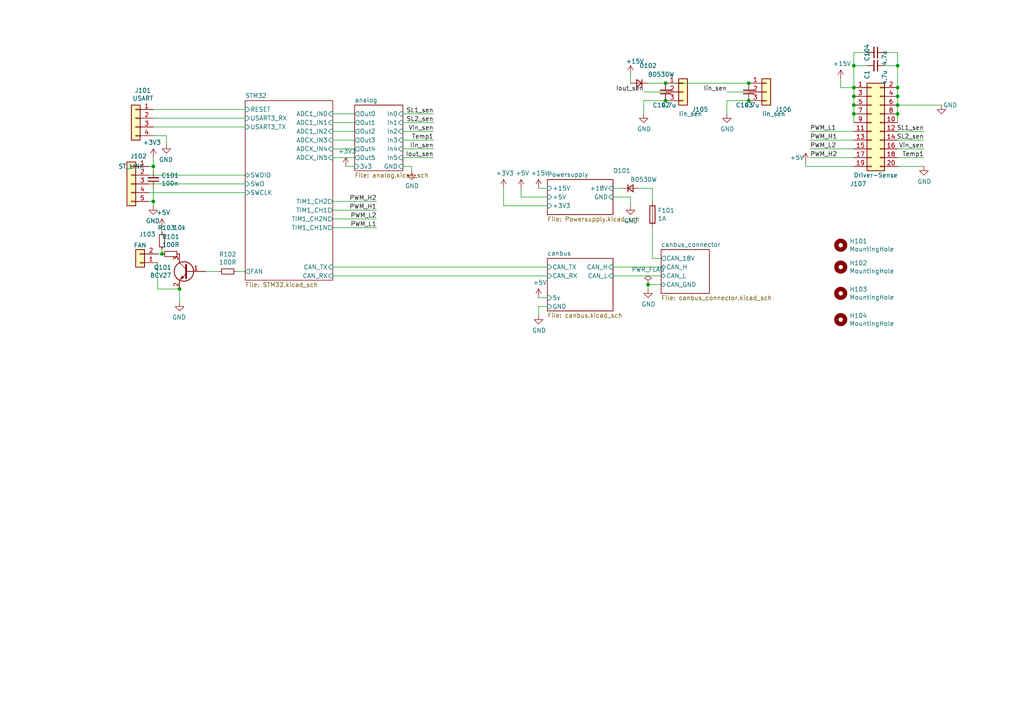
<source format=kicad_sch>
(kicad_sch (version 20211123) (generator eeschema)
  (paper "A4")
  (lib_symbols
    (symbol "Connector_Generic:Conn_01x02" (pin_names (offset 1.016) hide)
      (property "Reference" "J" (at 0 2.54 0))
      (property "Value" "Conn_01x02" (at 0 -5.08 0))
      (symbol "Conn_01x02_1_1"
        (rectangle (start -1.27 -2.413) (end 0 -2.667) (stroke (width 0.1524)))
        (rectangle (start -1.27 0.127) (end 0 -0.127) (stroke (width 0.1524)))
        (rectangle (start -1.27 1.27) (end 1.27 -3.81) (stroke (width 0.254)) (fill (type background)))
        (pin passive line (at -5.08 0 0) (length 3.81) (name "Pin_1") (number "1"))
        (pin passive line (at -5.08 -2.54 0) (length 3.81) (name "Pin_2") (number "2"))
      )
    )
    (symbol "Connector_Generic:Conn_01x03" (pin_names (offset 1.016) hide)
      (property "Reference" "J" (at 0 5.08 0))
      (property "Value" "Conn_01x03" (at 0 -5.08 0))
      (symbol "Conn_01x03_1_1"
        (rectangle (start -1.27 -2.413) (end 0 -2.667) (stroke (width 0.1524)))
        (rectangle (start -1.27 0.127) (end 0 -0.127) (stroke (width 0.1524)))
        (rectangle (start -1.27 2.667) (end 0 2.413) (stroke (width 0.1524)))
        (rectangle (start -1.27 3.81) (end 1.27 -3.81) (stroke (width 0.254)) (fill (type background)))
        (pin passive line (at -5.08 2.54 0) (length 3.81) (name "Pin_1") (number "1"))
        (pin passive line (at -5.08 0 0) (length 3.81) (name "Pin_2") (number "2"))
        (pin passive line (at -5.08 -2.54 0) (length 3.81) (name "Pin_3") (number "3"))
      )
    )
    (symbol "Connector_Generic:Conn_01x04" (pin_names (offset 1.016) hide)
      (property "Reference" "J" (at 0 5.08 0))
      (property "Value" "Conn_01x04" (at 0 -7.62 0))
      (symbol "Conn_01x04_1_1"
        (rectangle (start -1.27 -4.953) (end 0 -5.207) (stroke (width 0.1524)))
        (rectangle (start -1.27 -2.413) (end 0 -2.667) (stroke (width 0.1524)))
        (rectangle (start -1.27 0.127) (end 0 -0.127) (stroke (width 0.1524)))
        (rectangle (start -1.27 2.667) (end 0 2.413) (stroke (width 0.1524)))
        (rectangle (start -1.27 3.81) (end 1.27 -6.35) (stroke (width 0.254)) (fill (type background)))
        (pin passive line (at -5.08 2.54 0) (length 3.81) (name "Pin_1") (number "1"))
        (pin passive line (at -5.08 0 0) (length 3.81) (name "Pin_2") (number "2"))
        (pin passive line (at -5.08 -2.54 0) (length 3.81) (name "Pin_3") (number "3"))
        (pin passive line (at -5.08 -5.08 0) (length 3.81) (name "Pin_4") (number "4"))
      )
    )
    (symbol "Connector_Generic:Conn_01x05" (pin_names (offset 1.016) hide)
      (property "Reference" "J" (at 0 7.62 0))
      (property "Value" "Conn_01x05" (at 0 -7.62 0))
      (symbol "Conn_01x05_1_1"
        (rectangle (start -1.27 -4.953) (end 0 -5.207) (stroke (width 0.1524)))
        (rectangle (start -1.27 -2.413) (end 0 -2.667) (stroke (width 0.1524)))
        (rectangle (start -1.27 0.127) (end 0 -0.127) (stroke (width 0.1524)))
        (rectangle (start -1.27 2.667) (end 0 2.413) (stroke (width 0.1524)))
        (rectangle (start -1.27 5.207) (end 0 4.953) (stroke (width 0.1524)))
        (rectangle (start -1.27 6.35) (end 1.27 -6.35) (stroke (width 0.254)) (fill (type background)))
        (pin passive line (at -5.08 5.08 0) (length 3.81) (name "Pin_1") (number "1"))
        (pin passive line (at -5.08 2.54 0) (length 3.81) (name "Pin_2") (number "2"))
        (pin passive line (at -5.08 0 0) (length 3.81) (name "Pin_3") (number "3"))
        (pin passive line (at -5.08 -2.54 0) (length 3.81) (name "Pin_4") (number "4"))
        (pin passive line (at -5.08 -5.08 0) (length 3.81) (name "Pin_5") (number "5"))
      )
    )
    (symbol "Connector_Generic:Conn_02x10_Odd_Even" (pin_names (offset 1.016) hide)
      (property "Reference" "J" (at 1.27 12.7 0))
      (property "Value" "Conn_02x10_Odd_Even" (at 1.27 -15.24 0))
      (symbol "Conn_02x10_Odd_Even_1_1"
        (rectangle (start -1.27 -12.573) (end 0 -12.827) (stroke (width 0.1524)))
        (rectangle (start -1.27 -10.033) (end 0 -10.287) (stroke (width 0.1524)))
        (rectangle (start -1.27 -7.493) (end 0 -7.747) (stroke (width 0.1524)))
        (rectangle (start -1.27 -4.953) (end 0 -5.207) (stroke (width 0.1524)))
        (rectangle (start -1.27 -2.413) (end 0 -2.667) (stroke (width 0.1524)))
        (rectangle (start -1.27 0.127) (end 0 -0.127) (stroke (width 0.1524)))
        (rectangle (start -1.27 2.667) (end 0 2.413) (stroke (width 0.1524)))
        (rectangle (start -1.27 5.207) (end 0 4.953) (stroke (width 0.1524)))
        (rectangle (start -1.27 7.747) (end 0 7.493) (stroke (width 0.1524)))
        (rectangle (start -1.27 10.287) (end 0 10.033) (stroke (width 0.1524)))
        (rectangle (start -1.27 11.43) (end 3.81 -13.97) (stroke (width 0.254)) (fill (type background)))
        (rectangle (start 3.81 -12.573) (end 2.54 -12.827) (stroke (width 0.1524)))
        (rectangle (start 3.81 -10.033) (end 2.54 -10.287) (stroke (width 0.1524)))
        (rectangle (start 3.81 -7.493) (end 2.54 -7.747) (stroke (width 0.1524)))
        (rectangle (start 3.81 -4.953) (end 2.54 -5.207) (stroke (width 0.1524)))
        (rectangle (start 3.81 -2.413) (end 2.54 -2.667) (stroke (width 0.1524)))
        (rectangle (start 3.81 0.127) (end 2.54 -0.127) (stroke (width 0.1524)))
        (rectangle (start 3.81 2.667) (end 2.54 2.413) (stroke (width 0.1524)))
        (rectangle (start 3.81 5.207) (end 2.54 4.953) (stroke (width 0.1524)))
        (rectangle (start 3.81 7.747) (end 2.54 7.493) (stroke (width 0.1524)))
        (rectangle (start 3.81 10.287) (end 2.54 10.033) (stroke (width 0.1524)))
        (pin passive line (at -5.08 10.16 0) (length 3.81) (name "Pin_1") (number "1"))
        (pin passive line (at 7.62 0 180) (length 3.81) (name "Pin_10") (number "10"))
        (pin passive line (at -5.08 -2.54 0) (length 3.81) (name "Pin_11") (number "11"))
        (pin passive line (at 7.62 -2.54 180) (length 3.81) (name "Pin_12") (number "12"))
        (pin passive line (at -5.08 -5.08 0) (length 3.81) (name "Pin_13") (number "13"))
        (pin passive line (at 7.62 -5.08 180) (length 3.81) (name "Pin_14") (number "14"))
        (pin passive line (at -5.08 -7.62 0) (length 3.81) (name "Pin_15") (number "15"))
        (pin passive line (at 7.62 -7.62 180) (length 3.81) (name "Pin_16") (number "16"))
        (pin passive line (at -5.08 -10.16 0) (length 3.81) (name "Pin_17") (number "17"))
        (pin passive line (at 7.62 -10.16 180) (length 3.81) (name "Pin_18") (number "18"))
        (pin passive line (at -5.08 -12.7 0) (length 3.81) (name "Pin_19") (number "19"))
        (pin passive line (at 7.62 10.16 180) (length 3.81) (name "Pin_2") (number "2"))
        (pin passive line (at 7.62 -12.7 180) (length 3.81) (name "Pin_20") (number "20"))
        (pin passive line (at -5.08 7.62 0) (length 3.81) (name "Pin_3") (number "3"))
        (pin passive line (at 7.62 7.62 180) (length 3.81) (name "Pin_4") (number "4"))
        (pin passive line (at -5.08 5.08 0) (length 3.81) (name "Pin_5") (number "5"))
        (pin passive line (at 7.62 5.08 180) (length 3.81) (name "Pin_6") (number "6"))
        (pin passive line (at -5.08 2.54 0) (length 3.81) (name "Pin_7") (number "7"))
        (pin passive line (at 7.62 2.54 180) (length 3.81) (name "Pin_8") (number "8"))
        (pin passive line (at -5.08 0 0) (length 3.81) (name "Pin_9") (number "9"))
      )
    )
    (symbol "Device:C_Small" (pin_numbers hide) (pin_names (offset 0.254) hide)
      (property "Reference" "C" (at 0.254 1.778 0))
      (property "Value" "C_Small" (at 0.254 -2.032 0))
      (symbol "C_Small_0_1"
        (polyline (pts (xy -1.524 -0.508) (xy 1.524 -0.508)) (stroke (width 0.3302)))
        (polyline (pts (xy -1.524 0.508) (xy 1.524 0.508)) (stroke (width 0.3048)))
      )
      (symbol "C_Small_1_1"
        (pin passive line (at 0 2.54 270) (length 2.032) (name "~") (number "1"))
        (pin passive line (at 0 -2.54 90) (length 2.032) (name "~") (number "2"))
      )
    )
    (symbol "Device:D_Small" (pin_numbers hide) (pin_names (offset 0.254) hide)
      (property "Reference" "D" (at -1.27 2.032 0))
      (property "Value" "D_Small" (at -3.81 -2.032 0))
      (symbol "D_Small_0_1"
        (polyline (pts (xy -0.762 -1.016) (xy -0.762 1.016)) (stroke (width 0.254)))
        (polyline (pts (xy -0.762 0) (xy 0.762 0)))
        (polyline (pts (xy 0.762 -1.016) (xy -0.762 0) (xy 0.762 1.016) (xy 0.762 -1.016)) (stroke (width 0.254)))
      )
      (symbol "D_Small_1_1"
        (pin passive line (at -2.54 0 0) (length 1.778) (name "K") (number "1"))
        (pin passive line (at 2.54 0 180) (length 1.778) (name "A") (number "2"))
      )
    )
    (symbol "Device:Fuse" (pin_numbers hide) (pin_names (offset 0))
      (property "Reference" "F" (at 2.032 0 90))
      (property "Value" "Fuse" (at -1.905 0 90))
      (symbol "Fuse_0_1"
        (rectangle (start -0.762 -2.54) (end 0.762 2.54) (stroke (width 0.254)))
        (polyline (pts (xy 0 2.54) (xy 0 -2.54)))
      )
      (symbol "Fuse_1_1"
        (pin passive line (at 0 3.81 270) (length 1.27) (name "~") (number "1"))
        (pin passive line (at 0 -3.81 90) (length 1.27) (name "~") (number "2"))
      )
    )
    (symbol "Device:Q_NPN_BEC" (pin_names (offset 0) hide)
      (property "Reference" "Q" (at 5.08 1.27 0))
      (property "Value" "Q_NPN_BEC" (at 5.08 -1.27 0))
      (symbol "Q_NPN_BEC_0_1"
        (polyline (pts (xy 0.635 0.635) (xy 2.54 2.54)))
        (polyline (pts (xy 0.635 -0.635) (xy 2.54 -2.54) (xy 2.54 -2.54)))
        (polyline (pts (xy 0.635 1.905) (xy 0.635 -1.905) (xy 0.635 -1.905)) (stroke (width 0.508)))
        (polyline (pts (xy 1.27 -1.778) (xy 1.778 -1.27) (xy 2.286 -2.286) (xy 1.27 -1.778) (xy 1.27 -1.778)) (fill (type outline)))
        (circle (center 1.27 0) (radius 2.8194) (stroke (width 0.254)))
      )
      (symbol "Q_NPN_BEC_1_1"
        (pin input line (at -5.08 0 0) (length 5.715) (name "B") (number "1"))
        (pin passive line (at 2.54 -5.08 90) (length 2.54) (name "E") (number "2"))
        (pin passive line (at 2.54 5.08 270) (length 2.54) (name "C") (number "3"))
      )
    )
    (symbol "Device:R_Small" (pin_numbers hide) (pin_names (offset 0.254) hide)
      (property "Reference" "R" (at 0.762 0.508 0))
      (property "Value" "R_Small" (at 0.762 -1.016 0))
      (symbol "R_Small_0_1"
        (rectangle (start -0.762 1.778) (end 0.762 -1.778) (stroke (width 0.2032)))
      )
      (symbol "R_Small_1_1"
        (pin passive line (at 0 2.54 270) (length 0.762) (name "~") (number "1"))
        (pin passive line (at 0 -2.54 90) (length 0.762) (name "~") (number "2"))
      )
    )
    (symbol "Mechanical:MountingHole" (pin_names (offset 1.016))
      (property "Reference" "H" (at 0 5.08 0))
      (property "Value" "MountingHole" (at 0 3.175 0))
      (symbol "MountingHole_0_1"
        (circle (center 0 0) (radius 1.27) (stroke (width 1.27)))
      )
    )
    (symbol "power:+15V" (power) (pin_names (offset 0))
      (property "Value" "+15V" (at 0 3.556 0))
      (symbol "+15V_0_1"
        (polyline (pts (xy -0.762 1.27) (xy 0 2.54)))
        (polyline (pts (xy 0 0) (xy 0 2.54)))
        (polyline (pts (xy 0 2.54) (xy 0.762 1.27)))
      )
      (symbol "+15V_1_1"
        (pin power_in line (at 0 0 90) (length 0) hide (name "+15V") (number "1"))
      )
    )
    (symbol "power:+3.3V" (power) (pin_names (offset 0))
      (property "Value" "+3.3V" (at 0 3.556 0))
      (symbol "+3.3V_0_1"
        (polyline (pts (xy -0.762 1.27) (xy 0 2.54)))
        (polyline (pts (xy 0 0) (xy 0 2.54)))
        (polyline (pts (xy 0 2.54) (xy 0.762 1.27)))
      )
      (symbol "+3.3V_1_1"
        (pin power_in line (at 0 0 90) (length 0) hide (name "+3V3") (number "1"))
      )
    )
    (symbol "power:+3V3" (power) (pin_names (offset 0))
      (property "Value" "+3V3" (at 0 3.556 0))
      (symbol "+3V3_0_1"
        (polyline (pts (xy -0.762 1.27) (xy 0 2.54)))
        (polyline (pts (xy 0 0) (xy 0 2.54)))
        (polyline (pts (xy 0 2.54) (xy 0.762 1.27)))
      )
      (symbol "+3V3_1_1"
        (pin power_in line (at 0 0 90) (length 0) hide (name "+3V3") (number "1"))
      )
    )
    (symbol "power:+5V" (power) (pin_names (offset 0))
      (property "Value" "+5V" (at 0 3.556 0))
      (symbol "+5V_0_1"
        (polyline (pts (xy -0.762 1.27) (xy 0 2.54)))
        (polyline (pts (xy 0 0) (xy 0 2.54)))
        (polyline (pts (xy 0 2.54) (xy 0.762 1.27)))
      )
      (symbol "+5V_1_1"
        (pin power_in line (at 0 0 90) (length 0) hide (name "+5V") (number "1"))
      )
    )
    (symbol "power:GND" (power) (pin_names (offset 0))
      (property "Value" "GND" (at 0 -3.81 0))
      (symbol "GND_0_1"
        (polyline (pts (xy 0 0) (xy 0 -1.27) (xy 1.27 -1.27) (xy 0 -2.54) (xy -1.27 -1.27) (xy 0 -1.27)))
      )
      (symbol "GND_1_1"
        (pin power_in line (at 0 0 270) (length 0) hide (name "GND") (number "1"))
      )
    )
    (symbol "power:PWR_FLAG" (power) (pin_numbers hide) (pin_names (offset 0) hide)
      (property "Value" "PWR_FLAG" (at 0 3.81 0))
      (symbol "PWR_FLAG_0_0"
        (pin power_out line (at 0 0 90) (length 0) (name "pwr") (number "1"))
      )
      (symbol "PWR_FLAG_0_1"
        (polyline (pts (xy 0 0) (xy 0 1.27) (xy -1.016 1.905) (xy 0 2.54) (xy 1.016 1.905) (xy 0 1.27)))
      )
    )
  )
  (junction (at 260.35 30.48))
  (junction (at 247.65 25.4))
  (junction (at 217.17 29.21))
  (junction (at 44.45 48.26))
  (junction (at 247.65 30.48))
  (junction (at 260.35 33.02))
  (junction (at 260.35 25.4))
  (junction (at 44.45 58.42))
  (junction (at 260.35 27.94))
  (junction (at 193.04 29.21))
  (junction (at 193.04 24.13))
  (junction (at 187.96 82.55))
  (junction (at 247.65 33.02))
  (junction (at 247.65 19.05))
  (junction (at 52.07 83.82))
  (junction (at 217.17 24.13))
  (junction (at 260.35 19.05))
  (junction (at 247.65 27.94))
  (junction (at 46.99 73.66))
  (wire (pts (xy 109.22 63.5) (xy 96.52 63.5)))
  (wire (pts (xy 96.52 45.72) (xy 102.87 45.72)))
  (wire (pts (xy 146.05 54.61) (xy 146.05 59.69)))
  (wire (pts (xy 46.99 72.39) (xy 46.99 73.66)))
  (wire (pts (xy 96.52 77.47) (xy 158.75 77.47)))
  (wire (pts (xy 156.21 88.9) (xy 156.21 91.44)))
  (wire (pts (xy 52.07 87.63) (xy 52.07 83.82)))
  (wire (pts (xy 260.35 19.05) (xy 260.35 25.4)))
  (wire (pts (xy 247.65 33.02) (xy 247.65 35.56)))
  (wire (pts (xy 234.95 40.64) (xy 247.65 40.64)))
  (wire (pts (xy 187.96 83.82) (xy 187.96 82.55)))
  (wire (pts (xy 96.52 40.64) (xy 102.87 40.64)))
  (wire (pts (xy 44.45 48.26) (xy 44.45 49.53)))
  (wire (pts (xy 146.05 59.69) (xy 158.75 59.69)))
  (wire (pts (xy 45.72 83.82) (xy 52.07 83.82)))
  (wire (pts (xy 116.84 48.26) (xy 119.38 48.26)))
  (wire (pts (xy 177.8 80.01) (xy 191.77 80.01)))
  (wire (pts (xy 247.65 33.02) (xy 247.65 30.48)))
  (wire (pts (xy 193.04 24.13) (xy 217.17 24.13)))
  (wire (pts (xy 210.82 29.21) (xy 217.17 29.21)))
  (wire (pts (xy 116.84 45.72) (xy 125.73 45.72)))
  (wire (pts (xy 185.42 54.61) (xy 189.23 54.61)))
  (wire (pts (xy 156.21 86.36) (xy 158.75 86.36)))
  (wire (pts (xy 44.45 36.83) (xy 71.12 36.83)))
  (wire (pts (xy 189.23 74.93) (xy 189.23 66.04)))
  (wire (pts (xy 247.65 30.48) (xy 247.65 27.94)))
  (wire (pts (xy 182.88 21.59) (xy 182.88 24.13)))
  (wire (pts (xy 158.75 88.9) (xy 156.21 88.9)))
  (wire (pts (xy 116.84 35.56) (xy 125.73 35.56)))
  (wire (pts (xy 186.69 26.67) (xy 193.04 26.67)))
  (wire (pts (xy 267.97 38.1) (xy 260.35 38.1)))
  (wire (pts (xy 189.23 58.42) (xy 189.23 54.61)))
  (wire (pts (xy 180.34 54.61) (xy 177.8 54.61)))
  (wire (pts (xy 96.52 35.56) (xy 102.87 35.56)))
  (wire (pts (xy 251.46 15.24) (xy 247.65 15.24)))
  (wire (pts (xy 151.13 54.61) (xy 151.13 57.15)))
  (wire (pts (xy 247.65 38.1) (xy 234.95 38.1)))
  (wire (pts (xy 191.77 77.47) (xy 177.8 77.47)))
  (wire (pts (xy 116.84 40.64) (xy 125.73 40.64)))
  (wire (pts (xy 186.69 33.02) (xy 186.69 29.21)))
  (wire (pts (xy 247.65 27.94) (xy 247.65 25.4)))
  (wire (pts (xy 109.22 60.96) (xy 96.52 60.96)))
  (wire (pts (xy 151.13 57.15) (xy 158.75 57.15)))
  (wire (pts (xy 48.26 41.91) (xy 48.26 39.37)))
  (wire (pts (xy 260.35 45.72) (xy 267.97 45.72)))
  (wire (pts (xy 210.82 33.02) (xy 210.82 29.21)))
  (wire (pts (xy 44.45 59.69) (xy 44.45 58.42)))
  (wire (pts (xy 243.84 25.4) (xy 247.65 25.4)))
  (wire (pts (xy 71.12 55.88) (xy 43.18 55.88)))
  (wire (pts (xy 96.52 33.02) (xy 102.87 33.02)))
  (wire (pts (xy 251.46 19.05) (xy 247.65 19.05)))
  (wire (pts (xy 247.65 19.05) (xy 247.65 25.4)))
  (wire (pts (xy 233.68 48.26) (xy 233.68 46.99)))
  (wire (pts (xy 48.26 39.37) (xy 44.45 39.37)))
  (wire (pts (xy 256.54 15.24) (xy 260.35 15.24)))
  (wire (pts (xy 191.77 74.93) (xy 189.23 74.93)))
  (wire (pts (xy 187.96 24.13) (xy 193.04 24.13)))
  (wire (pts (xy 109.22 66.04) (xy 96.52 66.04)))
  (wire (pts (xy 234.95 43.18) (xy 247.65 43.18)))
  (wire (pts (xy 260.35 15.24) (xy 260.35 19.05)))
  (wire (pts (xy 44.45 58.42) (xy 44.45 54.61)))
  (wire (pts (xy 256.54 19.05) (xy 260.35 19.05)))
  (wire (pts (xy 260.35 43.18) (xy 267.97 43.18)))
  (wire (pts (xy 43.18 58.42) (xy 44.45 58.42)))
  (wire (pts (xy 100.33 48.26) (xy 102.87 48.26)))
  (wire (pts (xy 187.96 82.55) (xy 191.77 82.55)))
  (wire (pts (xy 96.52 80.01) (xy 158.75 80.01)))
  (wire (pts (xy 43.18 50.8) (xy 71.12 50.8)))
  (wire (pts (xy 43.18 53.34) (xy 71.12 53.34)))
  (wire (pts (xy 156.21 54.61) (xy 158.75 54.61)))
  (wire (pts (xy 46.99 66.04) (xy 46.99 67.31)))
  (wire (pts (xy 182.88 59.69) (xy 182.88 57.15)))
  (wire (pts (xy 59.69 78.74) (xy 63.5 78.74)))
  (wire (pts (xy 260.35 27.94) (xy 260.35 25.4)))
  (wire (pts (xy 116.84 38.1) (xy 125.73 38.1)))
  (wire (pts (xy 186.69 29.21) (xy 193.04 29.21)))
  (wire (pts (xy 43.18 48.26) (xy 44.45 48.26)))
  (wire (pts (xy 182.88 57.15) (xy 177.8 57.15)))
  (wire (pts (xy 119.38 49.53) (xy 119.38 48.26)))
  (wire (pts (xy 71.12 31.75) (xy 44.45 31.75)))
  (wire (pts (xy 260.35 30.48) (xy 260.35 27.94)))
  (wire (pts (xy 96.52 58.42) (xy 109.22 58.42)))
  (wire (pts (xy 210.82 26.67) (xy 217.17 26.67)))
  (wire (pts (xy 247.65 15.24) (xy 247.65 19.05)))
  (wire (pts (xy 96.52 38.1) (xy 102.87 38.1)))
  (wire (pts (xy 260.35 30.48) (xy 273.05 30.48)))
  (wire (pts (xy 116.84 33.02) (xy 125.73 33.02)))
  (wire (pts (xy 45.72 73.66) (xy 46.99 73.66)))
  (wire (pts (xy 44.45 34.29) (xy 71.12 34.29)))
  (wire (pts (xy 267.97 40.64) (xy 260.35 40.64)))
  (wire (pts (xy 68.58 78.74) (xy 71.12 78.74)))
  (wire (pts (xy 243.84 22.86) (xy 243.84 25.4)))
  (wire (pts (xy 247.65 48.26) (xy 233.68 48.26)))
  (wire (pts (xy 44.45 45.72) (xy 44.45 48.26)))
  (wire (pts (xy 45.72 76.2) (xy 45.72 83.82)))
  (wire (pts (xy 234.95 45.72) (xy 247.65 45.72)))
  (wire (pts (xy 267.97 48.26) (xy 260.35 48.26)))
  (wire (pts (xy 260.35 35.56) (xy 260.35 33.02)))
  (wire (pts (xy 96.52 43.18) (xy 102.87 43.18)))
  (wire (pts (xy 116.84 43.18) (xy 125.73 43.18)))
  (wire (pts (xy 260.35 33.02) (xy 260.35 30.48)))
  (label "Temp1" (at 267.97 45.72 180))
  (label "SL2_sen" (at 125.73 35.56 180))
  (label "Iout_sen" (at 186.69 26.67 180))
  (label "PWM_L1" (at 234.95 38.1 0))
  (label "Iin_sen" (at 210.82 26.67 180))
  (label "Iin_sen" (at 125.73 43.18 180))
  (label "Iout_sen" (at 125.73 45.72 180))
  (label "PWM_H1" (at 109.22 60.96 180))
  (label "PWM_H1" (at 234.95 40.64 0))
  (label "SL2_sen" (at 267.97 40.64 180))
  (label "PWM_L2" (at 234.95 43.18 0))
  (label "SL1_sen" (at 125.73 33.02 180))
  (label "PWM_L2" (at 109.22 63.5 180))
  (label "PWM_H2" (at 234.95 45.72 0))
  (label "PWM_H2" (at 109.22 58.42 180))
  (label "PWM_L1" (at 109.22 66.04 180))
  (label "Vin_sen" (at 125.73 38.1 180))
  (label "Temp1" (at 125.73 40.64 180))
  (label "SL1_sen" (at 267.97 38.1 180))
  (label "Vin_sen" (at 267.97 43.18 180))
  (symbol (lib_id "power:GND") (at 156.21 91.44 0) (unit 1)
    (property "Reference" "#PWR0113" (effects hide))
    (property "Value" "GND" (at 156.337 95.8342 0))
  )
  (symbol (lib_id "power:GND") (at 187.96 83.82 0) (unit 1)
    (property "Reference" "#PWR0115" (effects hide))
    (property "Value" "GND" (at 188.087 88.2142 0))
  )
  (symbol (lib_id "power:GND") (at 182.88 59.69 0) (unit 1)
    (property "Reference" "#PWR0114" (effects hide))
    (property "Value" "GND" (at 183.007 64.0842 0))
  )
  (symbol (lib_id "power:+5V") (at 151.13 54.61 0) (unit 1)
    (property "Reference" "#PWR0110" (effects hide))
    (property "Value" "+5V" (at 151.511 50.2158 0))
  )
  (symbol (lib_id "power:+3V3") (at 146.05 54.61 0) (unit 1)
    (property "Reference" "#PWR0109" (effects hide))
    (property "Value" "+3V3" (at 146.431 50.2158 0))
  )
  (symbol (lib_id "power:+5V") (at 156.21 86.36 0) (unit 1)
    (property "Reference" "#PWR0112" (effects hide))
    (property "Value" "+5V" (at 156.591 81.9658 0))
  )
  (symbol (lib_id "Connector_Generic:Conn_01x05") (at 38.1 53.34 0) (mirror y) (unit 1)
    (property "Reference" "J102" (at 40.1828 45.2882 0))
    (property "Value" "ST_LINK" (at 38.1 48.26 0))
    (property "Footprint" "Connector_PinHeader_2.54mm:PinHeader_1x05_P2.54mm_Vertical_SMD_Pin1Left" (effects hide))
  )
  (symbol (lib_id "power:GND") (at 44.45 59.69 0) (mirror y) (unit 1)
    (property "Reference" "#PWR0102" (effects hide))
    (property "Value" "GND" (at 44.323 64.0842 0))
  )
  (symbol (lib_id "power:+3.3V") (at 44.45 45.72 0) (mirror y) (unit 1)
    (property "Reference" "#PWR0101" (effects hide))
    (property "Value" "+3.3V" (at 44.069 41.3258 0))
  )
  (symbol (lib_id "Device:C_Small") (at 44.45 52.07 180) (unit 1)
    (property "Reference" "C101" (at 46.7868 50.9016 0) (effects (justify right)))
    (property "Value" "100n" (at 46.7868 53.213 0) (effects (justify right)))
    (property "Footprint" "Capacitor_SMD:C_0603_1608Metric_Pad1.08x0.95mm_HandSolder" (effects hide))
  )
  (symbol (lib_id "Device:C_Small") (at 254 19.05 270) (mirror x) (unit 1)
    (property "Reference" "C1" (at 251.46 20.32 0) (effects (justify right)))
    (property "Value" "4.7u" (at 256.54 20.32 0) (effects (justify right)))
    (property "Footprint" "Capacitor_SMD:C_1206_3216Metric_Pad1.33x1.80mm_HandSolder" (effects hide))
  )
  (symbol (lib_id "Connector_Generic:Conn_02x10_Odd_Even") (at 252.73 35.56 0) (unit 1)
    (property "Reference" "J107" (at 248.92 53.34 0))
    (property "Value" "Driver-Sense" (at 254 50.8 0))
    (property "Footprint" "KicadZeniteSolarLibrary18:PinSocket_2x10_P1.27mm_Vertical_SMD" (effects hide))
  )
  (symbol (lib_id "Connector_Generic:Conn_01x03") (at 222.25 26.67 0) (unit 1)
    (property "Reference" "J106" (at 224.79 31.75 0) (effects (justify left)))
    (property "Value" "Iin_sen" (at 220.98 33.02 0) (effects (justify left)))
    (property "Footprint" "Connector_PinHeader_2.54mm:PinHeader_1x03_P2.54mm_Vertical_SMD_Pin1Left" (effects hide))
  )
  (symbol (lib_id "Connector_Generic:Conn_01x04") (at 39.37 34.29 0) (mirror y) (unit 1)
    (property "Reference" "J101" (at 41.4528 26.2382 0))
    (property "Value" "USART" (at 41.4528 28.5496 0))
    (property "Footprint" "Connector_PinHeader_2.54mm:PinHeader_1x04_P2.54mm_Vertical_SMD_Pin1Left" (effects hide))
  )
  (symbol (lib_id "power:GND") (at 48.26 41.91 0) (mirror y) (unit 1)
    (property "Reference" "#PWR0103" (effects hide))
    (property "Value" "GND" (at 48.133 46.3042 0))
  )
  (symbol (lib_id "Device:C_Small") (at 217.17 26.67 180) (unit 1)
    (property "Reference" "C103" (at 213.36 30.48 0) (effects (justify right)))
    (property "Value" "4.7u" (at 215.9 30.48 0) (effects (justify right)))
    (property "Footprint" "Capacitor_SMD:C_1206_3216Metric_Pad1.33x1.80mm_HandSolder" (effects hide))
  )
  (symbol (lib_id "power:+5V") (at 233.68 46.99 0) (mirror y) (unit 1)
    (property "Reference" "#PWR0124" (effects hide))
    (property "Value" "+5V" (at 231.14 45.72 0))
  )
  (symbol (lib_id "power:GND") (at 267.97 48.26 0) (unit 1)
    (property "Reference" "#PWR0125" (effects hide))
    (property "Value" "GND" (at 268.097 52.6542 0))
  )
  (symbol (lib_id "power:GND") (at 119.38 49.53 0) (unit 1)
    (property "Reference" "#PWR0108" (effects hide))
    (property "Value" "GND" (at 119.507 53.9242 0))
  )
  (symbol (lib_id "Device:C_Small") (at 254 15.24 270) (unit 1)
    (property "Reference" "C104" (at 251.46 17.78 0) (effects (justify right)))
    (property "Value" "4.7u" (at 256.54 19.05 0) (effects (justify right)))
    (property "Footprint" "Capacitor_SMD:C_1206_3216Metric_Pad1.33x1.80mm_HandSolder" (effects hide))
  )
  (symbol (lib_id "power:+15V") (at 156.21 54.61 0) (unit 1)
    (property "Reference" "#PWR0111" (effects hide))
    (property "Value" "+15V" (at 156.591 50.2158 0))
  )
  (symbol (lib_id "power:+15V") (at 243.84 22.86 0) (unit 1)
    (property "Reference" "#PWR0105" (effects hide))
    (property "Value" "+15V" (at 244.221 18.4658 0))
  )
  (symbol (lib_id "power:GND") (at 273.05 30.48 0) (unit 1)
    (property "Reference" "#PWR0106" (effects hide))
    (property "Value" "GND" (at 275.59 30.48 0))
  )
  (symbol (lib_id "Connector_Generic:Conn_01x02") (at 40.64 76.2 180) (unit 1)
    (property "Reference" "J103" (at 42.7228 67.945 0))
    (property "Value" "FAN" (at 40.64 71.12 0))
    (property "Footprint" "Connector_PinHeader_2.54mm:PinHeader_1x02_P2.54mm_Vertical_SMD_Pin1Left" (effects hide))
  )
  (symbol (lib_id "Device:R_Small") (at 66.04 78.74 270) (unit 1)
    (property "Reference" "R102" (at 66.04 73.7616 90))
    (property "Value" "100R" (at 66.04 76.073 90))
    (property "Footprint" "Resistor_SMD:R_0603_1608Metric_Pad0.98x0.95mm_HandSolder" (effects hide))
  )
  (symbol (lib_id "power:GND") (at 52.07 87.63 0) (mirror y) (unit 1)
    (property "Reference" "#PWR0104" (effects hide))
    (property "Value" "GND" (at 51.943 92.0242 0))
  )
  (symbol (lib_id "Device:R_Small") (at 49.53 73.66 270) (unit 1)
    (property "Reference" "R101" (at 49.53 68.6816 90))
    (property "Value" "100R" (at 49.53 70.993 90))
    (property "Footprint" "Resistor_SMD:R_0603_1608Metric_Pad0.98x0.95mm_HandSolder" (effects hide))
  )
  (symbol (lib_id "power:GND") (at 210.82 33.02 0) (unit 1)
    (property "Reference" "#PWR0126" (effects hide))
    (property "Value" "GND" (at 210.947 37.4142 0))
  )
  (symbol (lib_id "power:+15V") (at 182.88 21.59 0) (unit 1)
    (property "Reference" "#PWR0127" (effects hide))
    (property "Value" "+15V" (at 184.15 17.78 0))
  )
  (symbol (lib_id "Device:D_Small") (at 185.42 24.13 180) (unit 1)
    (property "Reference" "D102" (at 187.96 19.05 0))
    (property "Value" "B0530W" (at 191.77 21.59 0))
    (property "Footprint" "Diode_SMD:D_SOD-123F" (effects hide))
  )
  (symbol (lib_id "Connector_Generic:Conn_01x03") (at 198.12 26.67 0) (unit 1)
    (property "Reference" "J105" (at 200.66 31.75 0) (effects (justify left)))
    (property "Value" "Iin_sen" (at 196.85 33.02 0) (effects (justify left)))
    (property "Footprint" "Connector_PinHeader_2.54mm:PinHeader_1x03_P2.54mm_Vertical_SMD_Pin1Left" (effects hide))
  )
  (symbol (lib_id "Device:C_Small") (at 193.04 26.67 180) (unit 1)
    (property "Reference" "C102" (at 189.23 30.48 0) (effects (justify right)))
    (property "Value" "4.7u" (at 191.77 30.48 0) (effects (justify right)))
    (property "Footprint" "Capacitor_SMD:C_1206_3216Metric_Pad1.33x1.80mm_HandSolder" (effects hide))
  )
  (symbol (lib_id "power:GND") (at 186.69 33.02 0) (unit 1)
    (property "Reference" "#PWR0128" (effects hide))
    (property "Value" "GND" (at 186.817 37.4142 0))
  )
  (symbol (lib_id "Device:Fuse") (at 189.23 62.23 0) (unit 1)
    (property "Reference" "F101" (at 190.754 61.0616 0) (effects (justify left)))
    (property "Value" "1A" (at 190.754 63.373 0) (effects (justify left)))
    (property "Footprint" "Fuse:Fuse_1812_4532Metric_Pad1.30x3.40mm_HandSolder" (effects hide))
  )
  (symbol (lib_id "power:+3V3") (at 100.33 48.26 0) (unit 1)
    (property "Reference" "#PWR0107" (effects hide))
    (property "Value" "+3V3" (at 100.711 43.8658 0))
  )
  (symbol (lib_id "power:PWR_FLAG") (at 187.96 82.55 0) (unit 1)
    (property "Reference" "#FLG0102" (effects hide))
    (property "Value" "PWR_FLAG" (at 187.96 78.1558 0))
  )
  (symbol (lib_id "Device:Q_NPN_BEC") (at 54.61 78.74 0) (mirror y) (unit 1)
    (property "Reference" "Q101" (at 49.7586 77.5716 0) (effects (justify left)))
    (property "Value" "BCV27" (at 49.7586 79.883 0) (effects (justify left)))
    (property "Footprint" "Package_TO_SOT_SMD:SOT-23_Handsoldering" (effects hide))
  )
  (symbol (lib_id "Device:D_Small") (at 182.88 54.61 0) (unit 1)
    (property "Reference" "D101" (at 180.34 49.53 0))
    (property "Value" "B0530W" (at 186.69 52.07 0))
    (property "Footprint" "Diode_SMD:D_SOD-123F" (effects hide))
  )
  (symbol (lib_id "Device:R_Small") (at 46.99 69.85 180) (unit 1)
    (property "Reference" "R103" (at 48.26 66.04 0))
    (property "Value" "10k" (at 52.07 66.04 0))
    (property "Footprint" "Resistor_SMD:R_0603_1608Metric_Pad0.98x0.95mm_HandSolder" (effects hide))
  )
  (symbol (lib_id "power:+5V") (at 46.99 66.04 0) (unit 1)
    (property "Reference" "#PWR0130" (effects hide))
    (property "Value" "+5V" (at 47.371 61.6458 0))
  )
  (symbol (lib_id "Mechanical:MountingHole") (at 243.84 71.12 0) (unit 1)
    (property "Reference" "H101" (at 246.38 69.9516 0) (effects (justify left)))
    (property "Value" "MountingHole" (at 246.38 72.263 0) (effects (justify left)))
    (property "Footprint" "MountingHole:MountingHole_3.2mm_M3" (effects hide))
  )
  (symbol (lib_id "Mechanical:MountingHole") (at 243.84 77.47 0) (unit 1)
    (property "Reference" "H102" (at 246.38 76.3016 0) (effects (justify left)))
    (property "Value" "MountingHole" (at 246.38 78.613 0) (effects (justify left)))
    (property "Footprint" "MountingHole:MountingHole_3.2mm_M3" (effects hide))
  )
  (symbol (lib_id "Mechanical:MountingHole") (at 243.84 85.09 0) (unit 1)
    (property "Reference" "H103" (at 246.38 83.9216 0) (effects (justify left)))
    (property "Value" "MountingHole" (at 246.38 86.233 0) (effects (justify left)))
    (property "Footprint" "MountingHole:MountingHole_3.2mm_M3" (effects hide))
  )
  (symbol (lib_id "Mechanical:MountingHole") (at 243.84 92.71 0) (unit 1)
    (property "Reference" "H104" (at 246.38 91.5416 0) (effects (justify left)))
    (property "Value" "MountingHole" (at 246.38 93.853 0) (effects (justify left)))
    (property "Footprint" "MountingHole:MountingHole_3.2mm_M3" (effects hide))
  )
  (sheet (at 191.77 72.39) (size 13.97 12.7)
    (property "Sheet name" "canbus_connector" (at 191.77 71.6784 0) (effects (justify left bottom)))
    (property "Sheet file" "canbus_connector.kicad_sch" (at 191.77 85.6746 0) (effects (justify left top)))
    (pin "CAN_H" bidirectional (at 191.77 77.47 180))
    (pin "CAN_L" bidirectional (at 191.77 80.01 180))
    (pin "CAN_18V" output (at 191.77 74.93 180))
    (pin "CAN_GND" bidirectional (at 191.77 82.55 180))
  )
  (sheet (at 158.75 74.93) (size 19.05 15.24)
    (property "Sheet name" "canbus" (at 158.75 74.2184 0) (effects (justify left bottom)))
    (property "Sheet file" "canbus.kicad_sch" (at 158.75 90.7546 0) (effects (justify left top)))
    (pin "CAN_H" input (at 177.8 77.47 0))
    (pin "CAN_L" input (at 177.8 80.01 0))
    (pin "CAN_TX" input (at 158.75 77.47 180))
    (pin "CAN_RX" input (at 158.75 80.01 180))
    (pin "5v" input (at 158.75 86.36 180))
    (pin "GND" input (at 158.75 88.9 180))
  )
  (sheet (at 158.75 52.07) (size 19.05 10.16)
    (property "Sheet name" "Powersupply" (at 158.75 51.3584 0) (effects (justify left bottom)))
    (property "Sheet file" "Powersupply.kicad_sch" (at 158.75 62.8146 0) (effects (justify left top)))
    (pin "+18V" input (at 177.8 54.61 0))
    (pin "+5V" input (at 158.75 57.15 180))
    (pin "+3V3" input (at 158.75 59.69 180))
    (pin "GND" input (at 177.8 57.15 0))
    (pin "+15V" input (at 158.75 54.61 180))
  )
  (sheet (at 71.12 29.21) (size 25.4 52.07)
    (property "Sheet name" "STM32" (at 71.12 28.4984 0) (effects (justify left bottom)))
    (property "Sheet file" "STM32.kicad_sch" (at 71.12 81.8646 0) (effects (justify left top)))
    (pin "CAN_RX" input (at 96.52 80.01 0))
    (pin "CAN_TX" input (at 96.52 77.47 0))
    (pin "ADC1_IN0" input (at 96.52 33.02 0))
    (pin "ADC1_IN1" input (at 96.52 35.56 0))
    (pin "ADC1_IN2" input (at 96.52 38.1 0))
    (pin "ADCX_IN3" input (at 96.52 40.64 0))
    (pin "ADCX_IN4" input (at 96.52 43.18 0))
    (pin "ADCX_IN5" input (at 96.52 45.72 0))
    (pin "FAN" output (at 71.12 78.74 180))
    (pin "USART3_RX" input (at 71.12 34.29 180))
    (pin "USART3_TX" input (at 71.12 36.83 180))
    (pin "TIM1_CH1N" output (at 96.52 66.04 0))
    (pin "TIM1_CH2N" output (at 96.52 63.5 0))
    (pin "TIM1_CH1" output (at 96.52 60.96 0))
    (pin "TIM1_CH2" output (at 96.52 58.42 0))
    (pin "SWCLK" input (at 71.12 55.88 180))
    (pin "SWDIO" bidirectional (at 71.12 50.8 180))
    (pin "RESET" input (at 71.12 31.75 180))
    (pin "SWO" input (at 71.12 53.34 180))
  )
  (sheet (at 102.87 30.48) (size 13.97 19.05)
    (property "Sheet name" "analog" (at 102.87 29.7684 0) (effects (justify left bottom)))
    (property "Sheet file" "analog.kicad_sch" (at 102.87 50.1146 0) (effects (justify left top)))
    (pin "In1" input (at 116.84 35.56 0))
    (pin "Out1" output (at 102.87 35.56 180))
    (pin "GND" input (at 116.84 48.26 0))
    (pin "In2" input (at 116.84 38.1 0))
    (pin "Out2" output (at 102.87 38.1 180))
    (pin "In3" input (at 116.84 40.64 0))
    (pin "Out3" output (at 102.87 40.64 180))
    (pin "In4" input (at 116.84 43.18 0))
    (pin "Out4" output (at 102.87 43.18 180))
    (pin "In5" input (at 116.84 45.72 0))
    (pin "Out5" output (at 102.87 45.72 180))
    (pin "Out0" output (at 102.87 33.02 180))
    (pin "In0" input (at 116.84 33.02 0))
    (pin "3v3" input (at 102.87 48.26 180))
  )
)
</source>
